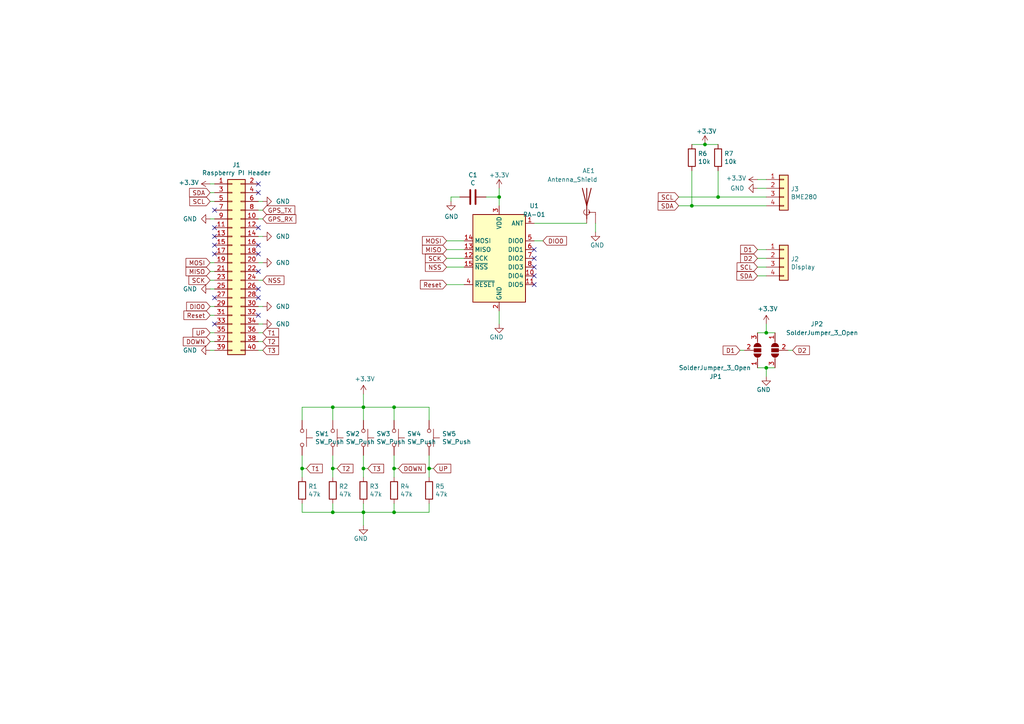
<source format=kicad_sch>
(kicad_sch (version 20230121) (generator eeschema)
  (paper "A4")
  (lib_symbols
    (symbol "Connector_Generic:Conn_01x04" (pin_names (offset 1.016) hide)
      (property "Reference" "J" (at 0 5.08 0))
      (property "Value" "Conn_01x04" (at 0 -7.62 0))
      (symbol "Conn_01x04_1_1"
        (rectangle (start -1.27 -4.953) (end 0 -5.207) (stroke (width 0.1524)))
        (rectangle (start -1.27 -2.413) (end 0 -2.667) (stroke (width 0.1524)))
        (rectangle (start -1.27 0.127) (end 0 -0.127) (stroke (width 0.1524)))
        (rectangle (start -1.27 2.667) (end 0 2.413) (stroke (width 0.1524)))
        (rectangle (start -1.27 3.81) (end 1.27 -6.35) (stroke (width 0.254)) (fill (type background)))
        (pin passive line (at -5.08 2.54 0) (length 3.81) (name "Pin_1") (number "1"))
        (pin passive line (at -5.08 0 0) (length 3.81) (name "Pin_2") (number "2"))
        (pin passive line (at -5.08 -2.54 0) (length 3.81) (name "Pin_3") (number "3"))
        (pin passive line (at -5.08 -5.08 0) (length 3.81) (name "Pin_4") (number "4"))
      )
    )
    (symbol "Connector_Generic:Conn_02x20_Odd_Even" (pin_names (offset 1.016) hide)
      (property "Reference" "J" (at 1.27 25.4 0))
      (property "Value" "Conn_02x20_Odd_Even" (at 1.27 -27.94 0))
      (symbol "Conn_02x20_Odd_Even_1_1"
        (rectangle (start -1.27 -25.273) (end 0 -25.527) (stroke (width 0.1524)))
        (rectangle (start -1.27 -22.733) (end 0 -22.987) (stroke (width 0.1524)))
        (rectangle (start -1.27 -20.193) (end 0 -20.447) (stroke (width 0.1524)))
        (rectangle (start -1.27 -17.653) (end 0 -17.907) (stroke (width 0.1524)))
        (rectangle (start -1.27 -15.113) (end 0 -15.367) (stroke (width 0.1524)))
        (rectangle (start -1.27 -12.573) (end 0 -12.827) (stroke (width 0.1524)))
        (rectangle (start -1.27 -10.033) (end 0 -10.287) (stroke (width 0.1524)))
        (rectangle (start -1.27 -7.493) (end 0 -7.747) (stroke (width 0.1524)))
        (rectangle (start -1.27 -4.953) (end 0 -5.207) (stroke (width 0.1524)))
        (rectangle (start -1.27 -2.413) (end 0 -2.667) (stroke (width 0.1524)))
        (rectangle (start -1.27 0.127) (end 0 -0.127) (stroke (width 0.1524)))
        (rectangle (start -1.27 2.667) (end 0 2.413) (stroke (width 0.1524)))
        (rectangle (start -1.27 5.207) (end 0 4.953) (stroke (width 0.1524)))
        (rectangle (start -1.27 7.747) (end 0 7.493) (stroke (width 0.1524)))
        (rectangle (start -1.27 10.287) (end 0 10.033) (stroke (width 0.1524)))
        (rectangle (start -1.27 12.827) (end 0 12.573) (stroke (width 0.1524)))
        (rectangle (start -1.27 15.367) (end 0 15.113) (stroke (width 0.1524)))
        (rectangle (start -1.27 17.907) (end 0 17.653) (stroke (width 0.1524)))
        (rectangle (start -1.27 20.447) (end 0 20.193) (stroke (width 0.1524)))
        (rectangle (start -1.27 22.987) (end 0 22.733) (stroke (width 0.1524)))
        (rectangle (start -1.27 24.13) (end 3.81 -26.67) (stroke (width 0.254)) (fill (type background)))
        (rectangle (start 3.81 -25.273) (end 2.54 -25.527) (stroke (width 0.1524)))
        (rectangle (start 3.81 -22.733) (end 2.54 -22.987) (stroke (width 0.1524)))
        (rectangle (start 3.81 -20.193) (end 2.54 -20.447) (stroke (width 0.1524)))
        (rectangle (start 3.81 -17.653) (end 2.54 -17.907) (stroke (width 0.1524)))
        (rectangle (start 3.81 -15.113) (end 2.54 -15.367) (stroke (width 0.1524)))
        (rectangle (start 3.81 -12.573) (end 2.54 -12.827) (stroke (width 0.1524)))
        (rectangle (start 3.81 -10.033) (end 2.54 -10.287) (stroke (width 0.1524)))
        (rectangle (start 3.81 -7.493) (end 2.54 -7.747) (stroke (width 0.1524)))
        (rectangle (start 3.81 -4.953) (end 2.54 -5.207) (stroke (width 0.1524)))
        (rectangle (start 3.81 -2.413) (end 2.54 -2.667) (stroke (width 0.1524)))
        (rectangle (start 3.81 0.127) (end 2.54 -0.127) (stroke (width 0.1524)))
        (rectangle (start 3.81 2.667) (end 2.54 2.413) (stroke (width 0.1524)))
        (rectangle (start 3.81 5.207) (end 2.54 4.953) (stroke (width 0.1524)))
        (rectangle (start 3.81 7.747) (end 2.54 7.493) (stroke (width 0.1524)))
        (rectangle (start 3.81 10.287) (end 2.54 10.033) (stroke (width 0.1524)))
        (rectangle (start 3.81 12.827) (end 2.54 12.573) (stroke (width 0.1524)))
        (rectangle (start 3.81 15.367) (end 2.54 15.113) (stroke (width 0.1524)))
        (rectangle (start 3.81 17.907) (end 2.54 17.653) (stroke (width 0.1524)))
        (rectangle (start 3.81 20.447) (end 2.54 20.193) (stroke (width 0.1524)))
        (rectangle (start 3.81 22.987) (end 2.54 22.733) (stroke (width 0.1524)))
        (pin passive line (at -5.08 22.86 0) (length 3.81) (name "Pin_1") (number "1"))
        (pin passive line (at 7.62 12.7 180) (length 3.81) (name "Pin_10") (number "10"))
        (pin passive line (at -5.08 10.16 0) (length 3.81) (name "Pin_11") (number "11"))
        (pin passive line (at 7.62 10.16 180) (length 3.81) (name "Pin_12") (number "12"))
        (pin passive line (at -5.08 7.62 0) (length 3.81) (name "Pin_13") (number "13"))
        (pin passive line (at 7.62 7.62 180) (length 3.81) (name "Pin_14") (number "14"))
        (pin passive line (at -5.08 5.08 0) (length 3.81) (name "Pin_15") (number "15"))
        (pin passive line (at 7.62 5.08 180) (length 3.81) (name "Pin_16") (number "16"))
        (pin passive line (at -5.08 2.54 0) (length 3.81) (name "Pin_17") (number "17"))
        (pin passive line (at 7.62 2.54 180) (length 3.81) (name "Pin_18") (number "18"))
        (pin passive line (at -5.08 0 0) (length 3.81) (name "Pin_19") (number "19"))
        (pin passive line (at 7.62 22.86 180) (length 3.81) (name "Pin_2") (number "2"))
        (pin passive line (at 7.62 0 180) (length 3.81) (name "Pin_20") (number "20"))
        (pin passive line (at -5.08 -2.54 0) (length 3.81) (name "Pin_21") (number "21"))
        (pin passive line (at 7.62 -2.54 180) (length 3.81) (name "Pin_22") (number "22"))
        (pin passive line (at -5.08 -5.08 0) (length 3.81) (name "Pin_23") (number "23"))
        (pin passive line (at 7.62 -5.08 180) (length 3.81) (name "Pin_24") (number "24"))
        (pin passive line (at -5.08 -7.62 0) (length 3.81) (name "Pin_25") (number "25"))
        (pin passive line (at 7.62 -7.62 180) (length 3.81) (name "Pin_26") (number "26"))
        (pin passive line (at -5.08 -10.16 0) (length 3.81) (name "Pin_27") (number "27"))
        (pin passive line (at 7.62 -10.16 180) (length 3.81) (name "Pin_28") (number "28"))
        (pin passive line (at -5.08 -12.7 0) (length 3.81) (name "Pin_29") (number "29"))
        (pin passive line (at -5.08 20.32 0) (length 3.81) (name "Pin_3") (number "3"))
        (pin passive line (at 7.62 -12.7 180) (length 3.81) (name "Pin_30") (number "30"))
        (pin passive line (at -5.08 -15.24 0) (length 3.81) (name "Pin_31") (number "31"))
        (pin passive line (at 7.62 -15.24 180) (length 3.81) (name "Pin_32") (number "32"))
        (pin passive line (at -5.08 -17.78 0) (length 3.81) (name "Pin_33") (number "33"))
        (pin passive line (at 7.62 -17.78 180) (length 3.81) (name "Pin_34") (number "34"))
        (pin passive line (at -5.08 -20.32 0) (length 3.81) (name "Pin_35") (number "35"))
        (pin passive line (at 7.62 -20.32 180) (length 3.81) (name "Pin_36") (number "36"))
        (pin passive line (at -5.08 -22.86 0) (length 3.81) (name "Pin_37") (number "37"))
        (pin passive line (at 7.62 -22.86 180) (length 3.81) (name "Pin_38") (number "38"))
        (pin passive line (at -5.08 -25.4 0) (length 3.81) (name "Pin_39") (number "39"))
        (pin passive line (at 7.62 20.32 180) (length 3.81) (name "Pin_4") (number "4"))
        (pin passive line (at 7.62 -25.4 180) (length 3.81) (name "Pin_40") (number "40"))
        (pin passive line (at -5.08 17.78 0) (length 3.81) (name "Pin_5") (number "5"))
        (pin passive line (at 7.62 17.78 180) (length 3.81) (name "Pin_6") (number "6"))
        (pin passive line (at -5.08 15.24 0) (length 3.81) (name "Pin_7") (number "7"))
        (pin passive line (at 7.62 15.24 180) (length 3.81) (name "Pin_8") (number "8"))
        (pin passive line (at -5.08 12.7 0) (length 3.81) (name "Pin_9") (number "9"))
      )
    )
    (symbol "Device:Antenna_Shield" (pin_numbers hide) (pin_names (offset 1.016) hide)
      (property "Reference" "AE" (at -1.905 4.445 0))
      (property "Value" "Antenna_Shield" (at -1.905 2.54 0))
      (symbol "Antenna_Shield_0_1"
        (arc (start -0.508 -1.143) (mid -0.8429 -2.1194) (end 0 -2.667))
        (arc (start 0 -2.667) (mid 0.7989 -2.1052) (end 0.508 -1.143))
        (polyline (pts (xy 0 -2.54) (xy 0 0)))
        (polyline (pts (xy 0 5.08) (xy 0 -3.81)) (stroke (width 0.254)))
        (polyline (pts (xy 0.762 -1.905) (xy 2.54 -1.905)))
        (polyline (pts (xy 2.54 -2.54) (xy 2.54 -1.905)))
        (polyline (pts (xy 1.27 5.08) (xy 0 0) (xy -1.27 5.08)) (stroke (width 0.254)))
        (circle (center 0.762 -1.905) (radius 0.1778) (fill (type outline)))
      )
      (symbol "Antenna_Shield_1_1"
        (pin input line (at 0 -5.08 90) (length 2.54) (name "A") (number "1"))
        (pin input line (at 2.54 -5.08 90) (length 2.54) (name "Shield") (number "2"))
      )
    )
    (symbol "Device:C" (pin_numbers hide) (pin_names (offset 0.254))
      (property "Reference" "C" (at 0.635 2.54 0))
      (property "Value" "C" (at 0.635 -2.54 0))
      (symbol "C_0_1"
        (polyline (pts (xy -2.032 -0.762) (xy 2.032 -0.762)) (stroke (width 0.508)))
        (polyline (pts (xy -2.032 0.762) (xy 2.032 0.762)) (stroke (width 0.508)))
      )
      (symbol "C_1_1"
        (pin passive line (at 0 3.81 270) (length 2.794) (name "~") (number "1"))
        (pin passive line (at 0 -3.81 90) (length 2.794) (name "~") (number "2"))
      )
    )
    (symbol "Device:R" (pin_numbers hide) (pin_names (offset 0))
      (property "Reference" "R" (at 2.032 0 90))
      (property "Value" "R" (at 0 0 90))
      (symbol "R_0_1"
        (rectangle (start -1.016 -2.54) (end 1.016 2.54) (stroke (width 0.254)))
      )
      (symbol "R_1_1"
        (pin passive line (at 0 3.81 270) (length 1.27) (name "~") (number "1"))
        (pin passive line (at 0 -3.81 90) (length 1.27) (name "~") (number "2"))
      )
    )
    (symbol "Jumper:SolderJumper_3_Open" (pin_names (offset 0) hide)
      (property "Reference" "JP" (at -2.54 -2.54 0))
      (property "Value" "SolderJumper_3_Open" (at 0 2.794 0))
      (symbol "SolderJumper_3_Open_0_1"
        (arc (start -1.016 1.016) (mid -2.0276 0) (end -1.016 -1.016))
        (arc (start -1.016 1.016) (mid -2.0276 0) (end -1.016 -1.016) (fill (type outline)))
        (rectangle (start -0.508 1.016) (end 0.508 -1.016) (fill (type outline)))
        (polyline (pts (xy -2.54 0) (xy -2.032 0)))
        (polyline (pts (xy -1.016 1.016) (xy -1.016 -1.016)))
        (polyline (pts (xy 0 -1.27) (xy 0 -1.016)))
        (polyline (pts (xy 1.016 1.016) (xy 1.016 -1.016)))
        (polyline (pts (xy 2.54 0) (xy 2.032 0)))
        (arc (start 1.016 -1.016) (mid 2.0276 0) (end 1.016 1.016))
        (arc (start 1.016 -1.016) (mid 2.0276 0) (end 1.016 1.016) (fill (type outline)))
      )
      (symbol "SolderJumper_3_Open_1_1"
        (pin passive line (at -5.08 0 0) (length 2.54) (name "A") (number "1"))
        (pin passive line (at 0 -3.81 90) (length 2.54) (name "C") (number "2"))
        (pin passive line (at 5.08 0 180) (length 2.54) (name "B") (number "3"))
      )
    )
    (symbol "RF_Module:Ai-Thinker-Ra-01"
      (property "Reference" "U" (at 2.54 17.78 0))
      (property "Value" "Ai-Thinker-Ra-01" (at 13.97 -15.24 0))
      (symbol "Ai-Thinker-Ra-01_0_1"
        (rectangle (start -7.62 12.7) (end 7.62 -12.7) (stroke (width 0.254)) (fill (type background)))
      )
      (symbol "Ai-Thinker-Ra-01_1_1"
        (pin passive line (at 10.16 10.16 180) (length 2.54) (name "ANT") (number "1"))
        (pin bidirectional line (at 10.16 -5.08 180) (length 2.54) (name "DIO4") (number "10"))
        (pin bidirectional line (at 10.16 -7.62 180) (length 2.54) (name "DIO5") (number "11"))
        (pin input line (at -10.16 0 0) (length 2.54) (name "SCK") (number "12"))
        (pin output line (at -10.16 2.54 0) (length 2.54) (name "MISO") (number "13"))
        (pin input line (at -10.16 5.08 0) (length 2.54) (name "MOSI") (number "14"))
        (pin input line (at -10.16 -2.54 0) (length 2.54) (name "~{NSS}") (number "15"))
        (pin passive line (at 0 -15.24 90) (length 2.54) hide (name "GND") (number "16"))
        (pin power_in line (at 0 -15.24 90) (length 2.54) (name "GND") (number "2"))
        (pin power_in line (at 0 15.24 270) (length 2.54) (name "VDD") (number "3"))
        (pin input line (at -10.16 -7.62 0) (length 2.54) (name "~{RESET}") (number "4"))
        (pin bidirectional line (at 10.16 5.08 180) (length 2.54) (name "DIO0") (number "5"))
        (pin bidirectional line (at 10.16 2.54 180) (length 2.54) (name "DIO1") (number "6"))
        (pin bidirectional line (at 10.16 0 180) (length 2.54) (name "DIO2") (number "7"))
        (pin bidirectional line (at 10.16 -2.54 180) (length 2.54) (name "DIO3") (number "8"))
        (pin passive line (at 0 -15.24 90) (length 2.54) hide (name "GND") (number "9"))
      )
    )
    (symbol "Switch:SW_Push" (pin_numbers hide) (pin_names (offset 1.016) hide)
      (property "Reference" "SW" (at 1.27 2.54 0))
      (property "Value" "SW_Push" (at 0 -1.524 0))
      (symbol "SW_Push_0_1"
        (circle (center -2.032 0) (radius 0.508))
        (polyline (pts (xy 0 1.27) (xy 0 3.048)))
        (polyline (pts (xy 2.54 1.27) (xy -2.54 1.27)))
        (circle (center 2.032 0) (radius 0.508))
        (pin passive line (at -5.08 0 0) (length 2.54) (name "1") (number "1"))
        (pin passive line (at 5.08 0 180) (length 2.54) (name "2") (number "2"))
      )
    )
    (symbol "power:+3.3V" (power) (pin_names (offset 0))
      (property "Value" "+3.3V" (at 0 3.556 0))
      (symbol "+3.3V_0_1"
        (polyline (pts (xy -0.762 1.27) (xy 0 2.54)))
        (polyline (pts (xy 0 0) (xy 0 2.54)))
        (polyline (pts (xy 0 2.54) (xy 0.762 1.27)))
      )
      (symbol "+3.3V_1_1"
        (pin power_in line (at 0 0 90) (length 0) hide (name "+3.3V") (number "1"))
      )
    )
    (symbol "power:GND" (power) (pin_names (offset 0))
      (property "Value" "GND" (at 0 -3.81 0))
      (symbol "GND_0_1"
        (polyline (pts (xy 0 0) (xy 0 -1.27) (xy 1.27 -1.27) (xy 0 -2.54) (xy -1.27 -1.27) (xy 0 -1.27)))
      )
      (symbol "GND_1_1"
        (pin power_in line (at 0 0 270) (length 0) hide (name "GND") (number "1"))
      )
    )
  )
  (junction (at 114.3 135.89))
  (junction (at 87.63 135.89))
  (junction (at 144.78 57.15))
  (junction (at 105.41 135.89))
  (junction (at 114.3 148.59))
  (junction (at 105.41 148.59))
  (junction (at 105.41 118.11))
  (junction (at 96.52 135.89))
  (junction (at 222.25 96.52))
  (junction (at 200.66 59.69))
  (junction (at 124.46 135.89))
  (junction (at 114.3 118.11))
  (junction (at 96.52 118.11))
  (junction (at 208.28 57.15))
  (junction (at 222.25 106.68))
  (junction (at 96.52 148.59))
  (junction (at 204.47 41.91))
  (no_connect (at 62.23 71.12))
  (no_connect (at 62.23 86.36))
  (no_connect (at 62.23 60.96))
  (no_connect (at 74.93 55.88))
  (no_connect (at 62.23 68.58))
  (no_connect (at 62.23 73.66))
  (no_connect (at 62.23 93.98))
  (no_connect (at 74.93 91.44))
  (no_connect (at 154.94 82.55))
  (no_connect (at 74.93 66.04))
  (no_connect (at 74.93 53.34))
  (no_connect (at 74.93 86.36))
  (no_connect (at 62.23 66.04))
  (no_connect (at 154.94 74.93))
  (no_connect (at 74.93 83.82))
  (no_connect (at 154.94 80.01))
  (no_connect (at 154.94 77.47))
  (no_connect (at 74.93 73.66))
  (no_connect (at 154.94 72.39))
  (no_connect (at 74.93 71.12))
  (no_connect (at 74.93 78.74))
  (wire (pts (xy 140.97 57.15) (xy 144.78 57.15)))
  (wire (pts (xy 105.41 148.59) (xy 114.3 148.59)))
  (wire (pts (xy 105.41 132.08) (xy 105.41 135.89)))
  (wire (pts (xy 96.52 146.05) (xy 96.52 148.59)))
  (wire (pts (xy 60.96 76.2) (xy 62.23 76.2)))
  (wire (pts (xy 87.63 135.89) (xy 87.63 138.43)))
  (wire (pts (xy 74.93 63.5) (xy 76.2 63.5)))
  (wire (pts (xy 219.71 54.61) (xy 222.25 54.61)))
  (wire (pts (xy 105.41 118.11) (xy 114.3 118.11)))
  (wire (pts (xy 219.71 72.39) (xy 222.25 72.39)))
  (wire (pts (xy 62.23 58.42) (xy 60.96 58.42)))
  (wire (pts (xy 222.25 96.52) (xy 222.25 93.98)))
  (wire (pts (xy 154.94 69.85) (xy 157.48 69.85)))
  (wire (pts (xy 74.93 58.42) (xy 76.2 58.42)))
  (wire (pts (xy 200.66 41.91) (xy 204.47 41.91)))
  (wire (pts (xy 74.93 60.96) (xy 76.2 60.96)))
  (wire (pts (xy 219.71 96.52) (xy 222.25 96.52)))
  (wire (pts (xy 96.52 132.08) (xy 96.52 135.89)))
  (wire (pts (xy 60.96 99.06) (xy 62.23 99.06)))
  (wire (pts (xy 96.52 118.11) (xy 105.41 118.11)))
  (wire (pts (xy 74.93 101.6) (xy 76.2 101.6)))
  (wire (pts (xy 130.81 58.42) (xy 130.81 57.15)))
  (wire (pts (xy 96.52 148.59) (xy 105.41 148.59)))
  (wire (pts (xy 105.41 135.89) (xy 105.41 138.43)))
  (wire (pts (xy 60.96 88.9) (xy 62.23 88.9)))
  (wire (pts (xy 124.46 132.08) (xy 124.46 135.89)))
  (wire (pts (xy 219.71 52.07) (xy 222.25 52.07)))
  (wire (pts (xy 222.25 106.68) (xy 222.25 109.22)))
  (wire (pts (xy 144.78 54.61) (xy 144.78 57.15)))
  (wire (pts (xy 114.3 148.59) (xy 114.3 146.05)))
  (wire (pts (xy 114.3 132.08) (xy 114.3 135.89)))
  (wire (pts (xy 87.63 146.05) (xy 87.63 148.59)))
  (wire (pts (xy 222.25 106.68) (xy 224.79 106.68)))
  (wire (pts (xy 105.41 148.59) (xy 105.41 152.4)))
  (wire (pts (xy 219.71 77.47) (xy 222.25 77.47)))
  (wire (pts (xy 214.63 101.6) (xy 215.9 101.6)))
  (wire (pts (xy 97.79 135.89) (xy 96.52 135.89)))
  (wire (pts (xy 154.94 64.77) (xy 170.18 64.77)))
  (wire (pts (xy 76.2 96.52) (xy 74.93 96.52)))
  (wire (pts (xy 228.6 101.6) (xy 229.87 101.6)))
  (wire (pts (xy 204.47 41.91) (xy 208.28 41.91)))
  (wire (pts (xy 60.96 55.88) (xy 62.23 55.88)))
  (wire (pts (xy 60.96 81.28) (xy 62.23 81.28)))
  (wire (pts (xy 124.46 121.92) (xy 124.46 118.11)))
  (wire (pts (xy 62.23 101.6) (xy 60.96 101.6)))
  (wire (pts (xy 114.3 135.89) (xy 114.3 138.43)))
  (wire (pts (xy 219.71 74.93) (xy 222.25 74.93)))
  (wire (pts (xy 196.85 57.15) (xy 208.28 57.15)))
  (wire (pts (xy 60.96 83.82) (xy 62.23 83.82)))
  (wire (pts (xy 144.78 57.15) (xy 144.78 59.69)))
  (wire (pts (xy 88.9 135.89) (xy 87.63 135.89)))
  (wire (pts (xy 74.93 99.06) (xy 76.2 99.06)))
  (wire (pts (xy 96.52 135.89) (xy 96.52 138.43)))
  (wire (pts (xy 60.96 96.52) (xy 62.23 96.52)))
  (wire (pts (xy 87.63 148.59) (xy 96.52 148.59)))
  (wire (pts (xy 222.25 57.15) (xy 208.28 57.15)))
  (wire (pts (xy 74.93 81.28) (xy 76.2 81.28)))
  (wire (pts (xy 96.52 121.92) (xy 96.52 118.11)))
  (wire (pts (xy 105.41 118.11) (xy 105.41 121.92)))
  (wire (pts (xy 129.54 69.85) (xy 134.62 69.85)))
  (wire (pts (xy 60.96 91.44) (xy 62.23 91.44)))
  (wire (pts (xy 87.63 118.11) (xy 96.52 118.11)))
  (wire (pts (xy 105.41 114.3) (xy 105.41 118.11)))
  (wire (pts (xy 106.68 135.89) (xy 105.41 135.89)))
  (wire (pts (xy 130.81 57.15) (xy 133.35 57.15)))
  (wire (pts (xy 129.54 77.47) (xy 134.62 77.47)))
  (wire (pts (xy 87.63 121.92) (xy 87.63 118.11)))
  (wire (pts (xy 172.72 64.77) (xy 172.72 67.31)))
  (wire (pts (xy 76.2 93.98) (xy 74.93 93.98)))
  (wire (pts (xy 114.3 148.59) (xy 124.46 148.59)))
  (wire (pts (xy 60.96 78.74) (xy 62.23 78.74)))
  (wire (pts (xy 76.2 88.9) (xy 74.93 88.9)))
  (wire (pts (xy 125.73 135.89) (xy 124.46 135.89)))
  (wire (pts (xy 219.71 106.68) (xy 222.25 106.68)))
  (wire (pts (xy 124.46 146.05) (xy 124.46 148.59)))
  (wire (pts (xy 115.57 135.89) (xy 114.3 135.89)))
  (wire (pts (xy 196.85 59.69) (xy 200.66 59.69)))
  (wire (pts (xy 129.54 72.39) (xy 134.62 72.39)))
  (wire (pts (xy 129.54 74.93) (xy 134.62 74.93)))
  (wire (pts (xy 87.63 132.08) (xy 87.63 135.89)))
  (wire (pts (xy 219.71 80.01) (xy 222.25 80.01)))
  (wire (pts (xy 114.3 118.11) (xy 114.3 121.92)))
  (wire (pts (xy 105.41 146.05) (xy 105.41 148.59)))
  (wire (pts (xy 208.28 49.53) (xy 208.28 57.15)))
  (wire (pts (xy 76.2 76.2) (xy 74.93 76.2)))
  (wire (pts (xy 144.78 90.17) (xy 144.78 93.98)))
  (wire (pts (xy 222.25 59.69) (xy 200.66 59.69)))
  (wire (pts (xy 62.23 53.34) (xy 60.96 53.34)))
  (wire (pts (xy 222.25 96.52) (xy 224.79 96.52)))
  (wire (pts (xy 124.46 135.89) (xy 124.46 138.43)))
  (wire (pts (xy 76.2 68.58) (xy 74.93 68.58)))
  (wire (pts (xy 114.3 118.11) (xy 124.46 118.11)))
  (wire (pts (xy 129.54 82.55) (xy 134.62 82.55)))
  (wire (pts (xy 200.66 49.53) (xy 200.66 59.69)))
  (wire (pts (xy 60.96 63.5) (xy 62.23 63.5)))
  (global_label "NSS" (shape input) (at 129.54 77.47 180) (property "Intersheetrefs" "${INTERSHEET_REFS}" (effects hide)))
  (global_label "MISO" (shape input) (at 129.54 72.39 180) (property "Intersheetrefs" "${INTERSHEET_REFS}" (effects hide)))
  (global_label "SDA" (shape input) (at 196.85 59.69 180) (property "Intersheetrefs" "${INTERSHEET_REFS}" (effects hide)))
  (global_label "MISO" (shape input) (at 60.96 78.74 180) (property "Intersheetrefs" "${INTERSHEET_REFS}" (effects hide)))
  (global_label "UP" (shape input) (at 60.96 96.52 180) (property "Intersheetrefs" "${INTERSHEET_REFS}" (effects hide)))
  (global_label "D1" (shape input) (at 219.71 72.39 180) (property "Intersheetrefs" "${INTERSHEET_REFS}" (effects hide)))
  (global_label "NSS" (shape input) (at 76.2 81.28 0) (property "Intersheetrefs" "${INTERSHEET_REFS}" (effects hide)))
  (global_label "Reset" (shape input) (at 60.96 91.44 180) (property "Intersheetrefs" "${INTERSHEET_REFS}" (effects hide)))
  (global_label "DIO0" (shape input) (at 157.48 69.85 0) (property "Intersheetrefs" "${INTERSHEET_REFS}" (effects hide)))
  (global_label "MOSI" (shape input) (at 129.54 69.85 180) (property "Intersheetrefs" "${INTERSHEET_REFS}" (effects hide)))
  (global_label "SCL" (shape input) (at 196.85 57.15 180) (property "Intersheetrefs" "${INTERSHEET_REFS}" (effects hide)))
  (global_label "GPS_TX" (shape input) (at 76.2 60.96 0) (property "Intersheetrefs" "${INTERSHEET_REFS}" (effects hide)))
  (global_label "T3" (shape input) (at 76.2 101.6 0) (property "Intersheetrefs" "${INTERSHEET_REFS}" (effects hide)))
  (global_label "T2" (shape input) (at 76.2 99.06 0) (property "Intersheetrefs" "${INTERSHEET_REFS}" (effects hide)))
  (global_label "T1" (shape input) (at 76.2 96.52 0) (property "Intersheetrefs" "${INTERSHEET_REFS}" (effects hide)))
  (global_label "MOSI" (shape input) (at 60.96 76.2 180) (property "Intersheetrefs" "${INTERSHEET_REFS}" (effects hide)))
  (global_label "T3" (shape input) (at 106.68 135.89 0) (property "Intersheetrefs" "${INTERSHEET_REFS}" (effects hide)))
  (global_label "D2" (shape input) (at 219.71 74.93 180) (property "Intersheetrefs" "${INTERSHEET_REFS}" (effects hide)))
  (global_label "DIO0" (shape input) (at 60.96 88.9 180) (property "Intersheetrefs" "${INTERSHEET_REFS}" (effects hide)))
  (global_label "SCL" (shape input) (at 219.71 77.47 180) (property "Intersheetrefs" "${INTERSHEET_REFS}" (effects hide)))
  (global_label "GPS_RX" (shape input) (at 76.2 63.5 0) (property "Intersheetrefs" "${INTERSHEET_REFS}" (effects hide)))
  (global_label "Reset" (shape input) (at 129.54 82.55 180) (property "Intersheetrefs" "${INTERSHEET_REFS}" (effects hide)))
  (global_label "DOWN" (shape input) (at 115.57 135.89 0) (property "Intersheetrefs" "${INTERSHEET_REFS}" (effects hide)))
  (global_label "D1" (shape input) (at 214.63 101.6 180) (property "Intersheetrefs" "${INTERSHEET_REFS}" (effects hide)))
  (global_label "T1" (shape input) (at 88.9 135.89 0) (property "Intersheetrefs" "${INTERSHEET_REFS}" (effects hide)))
  (global_label "SCK" (shape input) (at 129.54 74.93 180) (property "Intersheetrefs" "${INTERSHEET_REFS}" (effects hide)))
  (global_label "DOWN" (shape input) (at 60.96 99.06 180) (property "Intersheetrefs" "${INTERSHEET_REFS}" (effects hide)))
  (global_label "T2" (shape input) (at 97.79 135.89 0) (property "Intersheetrefs" "${INTERSHEET_REFS}" (effects hide)))
  (global_label "SDA" (shape input) (at 60.96 55.88 180) (property "Intersheetrefs" "${INTERSHEET_REFS}" (effects hide)))
  (global_label "SCL" (shape input) (at 60.96 58.42 180) (property "Intersheetrefs" "${INTERSHEET_REFS}" (effects hide)))
  (global_label "UP" (shape input) (at 125.73 135.89 0) (property "Intersheetrefs" "${INTERSHEET_REFS}" (effects hide)))
  (global_label "D2" (shape input) (at 229.87 101.6 0) (property "Intersheetrefs" "${INTERSHEET_REFS}" (effects hide)))
  (global_label "SCK" (shape input) (at 60.96 81.28 180) (property "Intersheetrefs" "${INTERSHEET_REFS}" (effects hide)))
  (global_label "SDA" (shape input) (at 219.71 80.01 180) (property "Intersheetrefs" "${INTERSHEET_REFS}" (effects hide)))
  (symbol (lib_id "Connector_Generic:Conn_02x20_Odd_Even") (at 67.31 76.2 0) (unit 1)
    (property "Reference" "J1" (at 68.58 47.8282 0))
    (property "Value" "Raspberry PI Header" (at 68.58 50.1396 0))
    (property "Footprint" "Connector_PinSocket_2.54mm:PinSocket_2x20_P2.54mm_Vertical" (effects hide))
  )
  (symbol (lib_id "power:GND") (at 76.2 58.42 90) (unit 1)
    (property "Reference" "#PWR0108" (effects hide))
    (property "Value" "GND" (at 80.01 58.42 90) (effects (justify right)))
  )
  (symbol (lib_id "power:GND") (at 76.2 68.58 90) (unit 1)
    (property "Reference" "#PWR0109" (effects hide))
    (property "Value" "GND" (at 80.01 68.58 90) (effects (justify right)))
  )
  (symbol (lib_id "power:GND") (at 76.2 76.2 90) (unit 1)
    (property "Reference" "#PWR0110" (effects hide))
    (property "Value" "GND" (at 80.01 76.2 90) (effects (justify right)))
  )
  (symbol (lib_id "power:GND") (at 76.2 88.9 90) (unit 1)
    (property "Reference" "#PWR0111" (effects hide))
    (property "Value" "GND" (at 80.01 88.9 90) (effects (justify right)))
  )
  (symbol (lib_id "power:GND") (at 76.2 93.98 90) (unit 1)
    (property "Reference" "#PWR0112" (effects hide))
    (property "Value" "GND" (at 80.01 93.98 90) (effects (justify right)))
  )
  (symbol (lib_id "power:GND") (at 60.96 101.6 270) (unit 1)
    (property "Reference" "#PWR0113" (effects hide))
    (property "Value" "GND" (at 57.15 101.6 90) (effects (justify right)))
  )
  (symbol (lib_id "power:GND") (at 60.96 83.82 270) (unit 1)
    (property "Reference" "#PWR0114" (effects hide))
    (property "Value" "GND" (at 57.15 83.82 90) (effects (justify right)))
  )
  (symbol (lib_id "power:GND") (at 60.96 63.5 270) (unit 1)
    (property "Reference" "#PWR0115" (effects hide))
    (property "Value" "GND" (at 57.15 63.5 90) (effects (justify right)))
  )
  (symbol (lib_id "power:+3.3V") (at 60.96 53.34 90) (unit 1)
    (property "Reference" "#PWR0102" (effects hide))
    (property "Value" "+3.3V" (at 57.7088 52.959 90) (effects (justify left)))
  )
  (symbol (lib_id "Connector_Generic:Conn_01x04") (at 227.33 74.93 0) (unit 1)
    (property "Reference" "J2" (at 229.362 75.1332 0) (effects (justify left)))
    (property "Value" "Display" (at 229.362 77.4446 0) (effects (justify left)))
    (property "Footprint" "ARO_Footprints:OLED_0,96_II" (effects hide))
  )
  (symbol (lib_id "Connector_Generic:Conn_01x04") (at 227.33 54.61 0) (unit 1)
    (property "Reference" "J3" (at 229.3366 54.8132 0) (effects (justify left)))
    (property "Value" "BME280" (at 229.3366 57.1246 0) (effects (justify left)))
    (property "Footprint" "Connector_PinHeader_2.54mm:PinHeader_1x04_P2.54mm_Vertical" (effects hide))
  )
  (symbol (lib_id "power:+3.3V") (at 219.71 52.07 90) (unit 1)
    (property "Reference" "#PWR0103" (effects hide))
    (property "Value" "+3.3V" (at 216.4588 51.689 90) (effects (justify left)))
  )
  (symbol (lib_id "power:GND") (at 219.71 54.61 270) (unit 1)
    (property "Reference" "#PWR0104" (effects hide))
    (property "Value" "GND" (at 215.9 54.61 90) (effects (justify right)))
  )
  (symbol (lib_id "power:+3.3V") (at 222.25 93.98 0) (unit 1)
    (property "Reference" "#PWR0105" (effects hide))
    (property "Value" "+3.3V" (at 222.631 89.5858 0))
  )
  (symbol (lib_id "power:GND") (at 222.25 109.22 0) (unit 1)
    (property "Reference" "#PWR0106" (effects hide))
    (property "Value" "GND" (at 223.52 113.03 0) (effects (justify right)))
  )
  (symbol (lib_id "RF_Module:Ai-Thinker-Ra-01") (at 144.78 74.93 0) (unit 1)
    (property "Reference" "U1" (at 154.94 59.69 0))
    (property "Value" "RA-01" (at 154.94 62.23 0))
    (property "Footprint" "RF_Module:Ai-Thinker-Ra-01-LoRa" (effects hide))
    (property "Datasheet" "http://wiki.ai-thinker.com/_media/lora/docs/c047ps01a1_ra-01_product_specification_v1.1.pdf" (effects hide))
  )
  (symbol (lib_id "power:GND") (at 144.78 93.98 0) (unit 1)
    (property "Reference" "#PWR0116" (effects hide))
    (property "Value" "GND" (at 146.05 97.79 0) (effects (justify right)))
  )
  (symbol (lib_id "power:+3.3V") (at 144.78 54.61 0) (unit 1)
    (property "Reference" "#PWR0117" (effects hide))
    (property "Value" "+3.3V" (at 144.78 50.8 0))
  )
  (symbol (lib_id "Jumper:SolderJumper_3_Open") (at 219.71 101.6 270) (mirror x) (unit 1)
    (property "Reference" "JP1" (at 205.74 109.22 90) (effects (justify left)))
    (property "Value" "SolderJumper_3_Open" (at 196.85 106.68 90) (effects (justify left)))
    (property "Footprint" "Jumper:SolderJumper-3_P1.3mm_Open_Pad1.0x1.5mm" (effects hide))
  )
  (symbol (lib_id "Jumper:SolderJumper_3_Open") (at 224.79 101.6 90) (mirror x) (unit 1)
    (property "Reference" "JP2" (at 238.76 93.98 90) (effects (justify left)))
    (property "Value" "SolderJumper_3_Open" (at 248.92 96.52 90) (effects (justify left)))
    (property "Footprint" "Jumper:SolderJumper-3_P1.3mm_Open_Pad1.0x1.5mm" (effects hide))
  )
  (symbol (lib_id "Device:Antenna_Shield") (at 170.18 59.69 0) (unit 1)
    (property "Reference" "AE1" (at 168.91 49.53 0) (effects (justify left)))
    (property "Value" "Antenna_Shield" (at 158.75 52.07 0) (effects (justify left)))
    (property "Footprint" "Connector_Coaxial:SMA_Amphenol_901-144_Vertical" (effects hide))
  )
  (symbol (lib_id "power:GND") (at 172.72 67.31 0) (unit 1)
    (property "Reference" "#PWR0118" (effects hide))
    (property "Value" "GND" (at 175.26 71.12 0) (effects (justify right)))
  )
  (symbol (lib_id "Device:R") (at 105.41 142.24 0) (unit 1)
    (property "Reference" "R3" (at 107.188 141.0716 0) (effects (justify left)))
    (property "Value" "47k" (at 107.188 143.383 0) (effects (justify left)))
    (property "Footprint" "Resistor_THT:R_Axial_DIN0207_L6.3mm_D2.5mm_P7.62mm_Horizontal" (effects hide))
  )
  (symbol (lib_id "Device:R") (at 96.52 142.24 0) (unit 1)
    (property "Reference" "R2" (at 98.298 141.0716 0) (effects (justify left)))
    (property "Value" "47k" (at 98.298 143.383 0) (effects (justify left)))
    (property "Footprint" "Resistor_THT:R_Axial_DIN0207_L6.3mm_D2.5mm_P7.62mm_Horizontal" (effects hide))
  )
  (symbol (lib_id "Device:R") (at 87.63 142.24 0) (unit 1)
    (property "Reference" "R1" (at 89.408 141.0716 0) (effects (justify left)))
    (property "Value" "47k" (at 89.408 143.383 0) (effects (justify left)))
    (property "Footprint" "Resistor_THT:R_Axial_DIN0207_L6.3mm_D2.5mm_P7.62mm_Horizontal" (effects hide))
  )
  (symbol (lib_id "Device:R") (at 124.46 142.24 0) (unit 1)
    (property "Reference" "R5" (at 126.238 141.0716 0) (effects (justify left)))
    (property "Value" "47k" (at 126.238 143.383 0) (effects (justify left)))
    (property "Footprint" "Resistor_THT:R_Axial_DIN0207_L6.3mm_D2.5mm_P7.62mm_Horizontal" (effects hide))
  )
  (symbol (lib_id "Device:R") (at 114.3 142.24 0) (unit 1)
    (property "Reference" "R4" (at 116.078 141.0716 0) (effects (justify left)))
    (property "Value" "47k" (at 116.078 143.383 0) (effects (justify left)))
    (property "Footprint" "Resistor_THT:R_Axial_DIN0207_L6.3mm_D2.5mm_P7.62mm_Horizontal" (effects hide))
  )
  (symbol (lib_id "Switch:SW_Push") (at 105.41 127 270) (unit 1)
    (property "Reference" "SW3" (at 109.1692 125.8316 90) (effects (justify left)))
    (property "Value" "SW_Push" (at 109.1692 128.143 90) (effects (justify left)))
    (property "Footprint" "Button_Switch_THT:SW_PUSH_6mm_H5mm" (effects hide))
  )
  (symbol (lib_id "power:GND") (at 105.41 152.4 0) (unit 1)
    (property "Reference" "#PWR0120" (effects hide))
    (property "Value" "GND" (at 106.68 156.21 0) (effects (justify right)))
  )
  (symbol (lib_id "power:+3.3V") (at 105.41 114.3 0) (unit 1)
    (property "Reference" "#PWR0121" (effects hide))
    (property "Value" "+3.3V" (at 105.791 109.9058 0))
  )
  (symbol (lib_id "Switch:SW_Push") (at 96.52 127 270) (unit 1)
    (property "Reference" "SW2" (at 100.2792 125.8316 90) (effects (justify left)))
    (property "Value" "SW_Push" (at 100.2792 128.143 90) (effects (justify left)))
    (property "Footprint" "Button_Switch_THT:SW_PUSH_6mm_H5mm" (effects hide))
  )
  (symbol (lib_id "Switch:SW_Push") (at 87.63 127 270) (unit 1)
    (property "Reference" "SW1" (at 91.3892 125.8316 90) (effects (justify left)))
    (property "Value" "SW_Push" (at 91.3892 128.143 90) (effects (justify left)))
    (property "Footprint" "Button_Switch_THT:SW_PUSH_6mm_H5mm" (effects hide))
  )
  (symbol (lib_id "Switch:SW_Push") (at 124.46 127 270) (unit 1)
    (property "Reference" "SW5" (at 128.2192 125.8316 90) (effects (justify left)))
    (property "Value" "SW_Push" (at 128.2192 128.143 90) (effects (justify left)))
    (property "Footprint" "Button_Switch_THT:SW_PUSH_6mm_H5mm" (effects hide))
  )
  (symbol (lib_id "Switch:SW_Push") (at 114.3 127 270) (unit 1)
    (property "Reference" "SW4" (at 118.0592 125.8316 90) (effects (justify left)))
    (property "Value" "SW_Push" (at 118.0592 128.143 90) (effects (justify left)))
    (property "Footprint" "Button_Switch_THT:SW_PUSH_6mm_H5mm" (effects hide))
  )
  (symbol (lib_id "Device:R") (at 208.28 45.72 0) (unit 1)
    (property "Reference" "R7" (at 210.058 44.5516 0) (effects (justify left)))
    (property "Value" "10k" (at 210.058 46.863 0) (effects (justify left)))
    (property "Footprint" "Resistor_THT:R_Axial_DIN0207_L6.3mm_D2.5mm_P7.62mm_Horizontal" (effects hide))
  )
  (symbol (lib_id "Device:R") (at 200.66 45.72 0) (unit 1)
    (property "Reference" "R6" (at 202.438 44.5516 0) (effects (justify left)))
    (property "Value" "10k" (at 202.438 46.863 0) (effects (justify left)))
    (property "Footprint" "Resistor_THT:R_Axial_DIN0207_L6.3mm_D2.5mm_P7.62mm_Horizontal" (effects hide))
  )
  (symbol (lib_id "power:+3.3V") (at 204.47 41.91 0) (unit 1)
    (property "Reference" "#PWR0101" (effects hide))
    (property "Value" "+3.3V" (at 201.93 38.1 0) (effects (justify left)))
  )
  (symbol (lib_id "Device:C") (at 137.16 57.15 270) (unit 1)
    (property "Reference" "C1" (at 137.16 50.7492 90))
    (property "Value" "C" (at 137.16 53.0606 90))
    (property "Footprint" "Capacitor_SMD:C_0805_2012Metric" (effects hide))
  )
  (symbol (lib_id "power:GND") (at 130.81 58.42 0) (unit 1)
    (property "Reference" "#PWR0119" (effects hide))
    (property "Value" "GND" (at 130.937 62.8142 0))
  )
)
</source>
